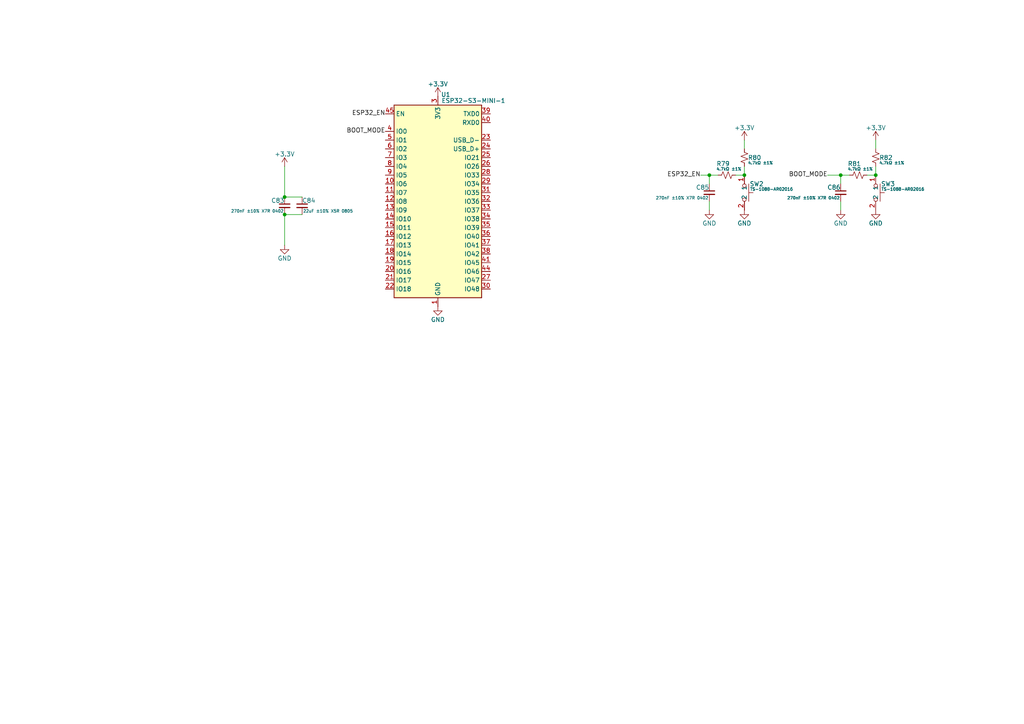
<source format=kicad_sch>
(kicad_sch (version 20250114) (generator "eeschema") (generator_version "9.0")
  (paper "A4")
  (lib_symbols
    (symbol "Device:C_Small" (pin_numbers (hide yes)) (pin_names (offset 0.254) (hide yes))
      (property "Reference" "C" (at 0.254 1.778 0))
      (property "Value" "C_Small" (at 0.254 -2.032 0))
      (symbol "C_Small_0_1"
        (polyline (pts (xy -1.524 0.508) (xy 1.524 0.508)) (stroke (width 0.3048)))
        (polyline (pts (xy -1.524 -0.508) (xy 1.524 -0.508)) (stroke (width 0.3302)))
      )
      (symbol "C_Small_1_1"
        (pin passive line (at 0 2.54 270) (length 2.032) (name "~") (number "1"))
        (pin passive line (at 0 -2.54 90) (length 2.032) (name "~") (number "2"))
      )
    )
    (symbol "Device:R_Small_US" (pin_numbers (hide yes)) (pin_names (offset 0.254) (hide yes))
      (property "Reference" "R" (at 0.762 0.508 0))
      (property "Value" "R_Small_US" (at 0.762 -1.016 0))
      (symbol "R_Small_US_1_1"
        (polyline (pts (xy 0 1.524) (xy 1.016 1.143) (xy 0 0.762) (xy -1.016 0.381) (xy 0 0)))
        (polyline (pts (xy 0 0) (xy 1.016 -0.381) (xy 0 -0.762) (xy -1.016 -1.143) (xy 0 -1.524)))
        (pin passive line (at 0 2.54 270) (length 1.016) (name "~") (number "1"))
        (pin passive line (at 0 -2.54 90) (length 1.016) (name "~") (number "2"))
      )
    )
    (symbol "RF_Module:ESP32-S3-MINI-1"
      (property "Reference" "U" (at -11.43 29.21 0))
      (property "Value" "ESP32-S3-MINI-1" (at 12.7 29.21 0))
      (symbol "ESP32-S3-MINI-1_0_1"
        (rectangle (start -12.7 27.94) (end 12.7 -27.94) (stroke (width 0.254)) (fill (type background)))
      )
      (symbol "ESP32-S3-MINI-1_1_1"
        (pin input line (at -15.24 25.4 0) (length 2.54) (name "EN") (number "45"))
        (pin bidirectional line (at -15.24 20.32 0) (length 2.54) (name "IO0") (number "4"))
        (pin bidirectional line (at -15.24 17.78 0) (length 2.54) (name "IO1") (number "5"))
        (pin bidirectional line (at -15.24 15.24 0) (length 2.54) (name "IO2") (number "6"))
        (pin bidirectional line (at -15.24 12.7 0) (length 2.54) (name "IO3") (number "7"))
        (pin bidirectional line (at -15.24 10.16 0) (length 2.54) (name "IO4") (number "8"))
        (pin bidirectional line (at -15.24 7.62 0) (length 2.54) (name "IO5") (number "9"))
        (pin bidirectional line (at -15.24 5.08 0) (length 2.54) (name "IO6") (number "10"))
        (pin bidirectional line (at -15.24 2.54 0) (length 2.54) (name "IO7") (number "11"))
        (pin bidirectional line (at -15.24 0 0) (length 2.54) (name "IO8") (number "12"))
        (pin bidirectional line (at -15.24 -2.54 0) (length 2.54) (name "IO9") (number "13"))
        (pin bidirectional line (at -15.24 -5.08 0) (length 2.54) (name "IO10") (number "14"))
        (pin bidirectional line (at -15.24 -7.62 0) (length 2.54) (name "IO11") (number "15"))
        (pin bidirectional line (at -15.24 -10.16 0) (length 2.54) (name "IO12") (number "16"))
        (pin bidirectional line (at -15.24 -12.7 0) (length 2.54) (name "IO13") (number "17"))
        (pin bidirectional line (at -15.24 -15.24 0) (length 2.54) (name "IO14") (number "18"))
        (pin bidirectional line (at -15.24 -17.78 0) (length 2.54) (name "IO15") (number "19"))
        (pin bidirectional line (at -15.24 -20.32 0) (length 2.54) (name "IO16") (number "20"))
        (pin bidirectional line (at -15.24 -22.86 0) (length 2.54) (name "IO17") (number "21"))
        (pin bidirectional line (at -15.24 -25.4 0) (length 2.54) (name "IO18") (number "22"))
        (pin power_in line (at 0 30.48 270) (length 2.54) (name "3V3") (number "3"))
        (pin power_in line (at 0 -30.48 90) (length 2.54) (name "GND") (number "1"))
        (pin passive line (at 0 -30.48 90) (length 2.54) (hide yes) (name "GND") (number "2"))
        (pin passive line (at 0 -30.48 90) (length 2.54) (hide yes) (name "GND") (number "42"))
        (pin passive line (at 0 -30.48 90) (length 2.54) (hide yes) (name "GND") (number "43"))
        (pin passive line (at 0 -30.48 90) (length 2.54) (hide yes) (name "GND") (number "46"))
        (pin passive line (at 0 -30.48 90) (length 2.54) (hide yes) (name "GND") (number "47"))
        (pin passive line (at 0 -30.48 90) (length 2.54) (hide yes) (name "GND") (number "48"))
        (pin passive line (at 0 -30.48 90) (length 2.54) (hide yes) (name "GND") (number "49"))
        (pin passive line (at 0 -30.48 90) (length 2.54) (hide yes) (name "GND") (number "50"))
        (pin passive line (at 0 -30.48 90) (length 2.54) (hide yes) (name "GND") (number "51"))
        (pin passive line (at 0 -30.48 90) (length 2.54) (hide yes) (name "GND") (number "52"))
        (pin passive line (at 0 -30.48 90) (length 2.54) (hide yes) (name "GND") (number "53"))
        (pin passive line (at 0 -30.48 90) (length 2.54) (hide yes) (name "GND") (number "54"))
        (pin passive line (at 0 -30.48 90) (length 2.54) (hide yes) (name "GND") (number "55"))
        (pin passive line (at 0 -30.48 90) (length 2.54) (hide yes) (name "GND") (number "56"))
        (pin passive line (at 0 -30.48 90) (length 2.54) (hide yes) (name "GND") (number "57"))
        (pin passive line (at 0 -30.48 90) (length 2.54) (hide yes) (name "GND") (number "58"))
        (pin passive line (at 0 -30.48 90) (length 2.54) (hide yes) (name "GND") (number "59"))
        (pin passive line (at 0 -30.48 90) (length 2.54) (hide yes) (name "GND") (number "60"))
        (pin passive line (at 0 -30.48 90) (length 2.54) (hide yes) (name "GND") (number "61"))
        (pin passive line (at 0 -30.48 90) (length 2.54) (hide yes) (name "GND") (number "62"))
        (pin passive line (at 0 -30.48 90) (length 2.54) (hide yes) (name "GND") (number "63"))
        (pin passive line (at 0 -30.48 90) (length 2.54) (hide yes) (name "GND") (number "64"))
        (pin passive line (at 0 -30.48 90) (length 2.54) (hide yes) (name "GND") (number "65"))
        (pin bidirectional line (at 15.24 25.4 180) (length 2.54) (name "TXD0") (number "39"))
        (pin bidirectional line (at 15.24 22.86 180) (length 2.54) (name "RXD0") (number "40"))
        (pin bidirectional line (at 15.24 17.78 180) (length 2.54) (name "USB_D-") (number "23"))
        (pin bidirectional line (at 15.24 15.24 180) (length 2.54) (name "USB_D+") (number "24"))
        (pin bidirectional line (at 15.24 12.7 180) (length 2.54) (name "IO21") (number "25"))
        (pin bidirectional line (at 15.24 10.16 180) (length 2.54) (name "IO26") (number "26"))
        (pin bidirectional line (at 15.24 7.62 180) (length 2.54) (name "IO33") (number "28"))
        (pin bidirectional line (at 15.24 5.08 180) (length 2.54) (name "IO34") (number "29"))
        (pin bidirectional line (at 15.24 2.54 180) (length 2.54) (name "IO35") (number "31"))
        (pin bidirectional line (at 15.24 0 180) (length 2.54) (name "IO36") (number "32"))
        (pin bidirectional line (at 15.24 -2.54 180) (length 2.54) (name "IO37") (number "33"))
        (pin bidirectional line (at 15.24 -5.08 180) (length 2.54) (name "IO38") (number "34"))
        (pin bidirectional line (at 15.24 -7.62 180) (length 2.54) (name "IO39") (number "35"))
        (pin bidirectional line (at 15.24 -10.16 180) (length 2.54) (name "IO40") (number "36"))
        (pin bidirectional line (at 15.24 -12.7 180) (length 2.54) (name "IO41") (number "37"))
        (pin bidirectional line (at 15.24 -15.24 180) (length 2.54) (name "IO42") (number "38"))
        (pin bidirectional line (at 15.24 -17.78 180) (length 2.54) (name "IO45") (number "41"))
        (pin bidirectional line (at 15.24 -20.32 180) (length 2.54) (name "IO46") (number "44"))
        (pin bidirectional line (at 15.24 -22.86 180) (length 2.54) (name "IO47") (number "27"))
        (pin bidirectional line (at 15.24 -25.4 180) (length 2.54) (name "IO48") (number "30"))
      )
    )
    (symbol "TS-1088-AR02016:TS-1088-AR02016"
      (property "Reference" "SW" (at 0 3.556 0))
      (property "Value" "TS-1088-AR02016" (at 0 -5.08 0))
      (symbol "TS-1088-AR02016_0_1"
        (polyline (pts (xy -5.08 0) (xy -2.54 0)))
        (polyline (pts (xy -2.54 1.27) (xy 2.54 1.27)))
        (circle (center -2.03 0) (radius 0.51))
        (polyline (pts (xy 0 2.54) (xy 0 1.27)))
        (circle (center 2.03 0) (radius 0.51))
        (polyline (pts (xy 5.08 0) (xy 2.54 0)))
        (pin passive line (at -5.08 0 0) (length 2.54) (name "1") (number "1"))
        (pin passive line (at 5.08 0 180) (length 2.54) (name "2") (number "2"))
      )
    )
    (symbol "power:+3.3V" (power) (pin_numbers (hide yes)) (pin_names (offset 0) (hide yes))
      (property "Value" "+3.3V" (at 0 3.556 0))
      (symbol "+3.3V_0_1"
        (polyline (pts (xy -0.762 1.27) (xy 0 2.54)))
        (polyline (pts (xy 0 2.54) (xy 0.762 1.27)))
        (polyline (pts (xy 0 0) (xy 0 2.54)))
      )
      (symbol "+3.3V_1_1"
        (pin power_in line (at 0 0 90) (length 0) (name "~") (number "1"))
      )
    )
    (symbol "power:GND" (power) (pin_numbers (hide yes)) (pin_names (offset 0) (hide yes))
      (property "Value" "GND" (at 0 -3.81 0))
      (symbol "GND_0_1"
        (polyline (pts (xy 0 0) (xy 0 -1.27) (xy 1.27 -1.27) (xy 0 -2.54) (xy -1.27 -1.27) (xy 0 -1.27)))
      )
      (symbol "GND_1_1"
        (pin power_in line (at 0 0 270) (length 0) (name "~") (number "1"))
      )
    )
  )
  (junction (at 243.84 50.8))
  (junction (at 82.55 57.15))
  (junction (at 82.55 62.23))
  (junction (at 254 50.8))
  (junction (at 205.74 50.8))
  (junction (at 215.9 50.8))
  (wire (pts (xy 251.46 50.8) (xy 254 50.8)))
  (wire (pts (xy 82.55 71.12) (xy 82.55 62.23)))
  (wire (pts (xy 205.74 50.8) (xy 205.74 53.34)))
  (wire (pts (xy 205.74 60.96) (xy 205.74 58.42)))
  (wire (pts (xy 213.36 50.8) (xy 215.9 50.8)))
  (wire (pts (xy 215.9 50.8) (xy 215.9 48.26)))
  (wire (pts (xy 215.9 43.18) (xy 215.9 40.64)))
  (wire (pts (xy 82.55 62.23) (xy 87.63 62.23)))
  (wire (pts (xy 254 43.18) (xy 254 40.64)))
  (wire (pts (xy 243.84 60.96) (xy 243.84 58.42)))
  (wire (pts (xy 243.84 50.8) (xy 243.84 53.34)))
  (wire (pts (xy 82.55 57.15) (xy 87.63 57.15)))
  (wire (pts (xy 82.55 48.26) (xy 82.55 57.15)))
  (wire (pts (xy 203.2 50.8) (xy 205.74 50.8)))
  (wire (pts (xy 240.03 50.8) (xy 243.84 50.8)))
  (wire (pts (xy 243.84 50.8) (xy 246.38 50.8)))
  (wire (pts (xy 254 50.8) (xy 254 48.26)))
  (wire (pts (xy 205.74 50.8) (xy 208.28 50.8)))
  (label "ESP32_EN" (at 203.2 50.8 180))
  (label "BOOT_MODE" (at 111.76 38.1 180))
  (label "BOOT_MODE" (at 240.03 50.8 180))
  (label "ESP32_EN" (at 111.76 33.02 180))
  (symbol (lib_id "power:+3.3V") (at 127 27.94 0) (unit 1)
    (property "Reference" "#PWR0197" (effects (hide yes)))
    (property "Value" "+3.3V" (at 127 24.384 0))
    (property "Description" "Power symbol creates a global label with name \"+3.3V\"" (effects (hide yes)))
  )
  (symbol (lib_id "power:GND") (at 243.84 60.96 0) (unit 1)
    (property "Reference" "#PWR0189" (effects (hide yes)))
    (property "Value" "GND" (at 243.84 64.77 0))
    (property "Description" "Power symbol creates a global label with name \"GND\" , ground" (effects (hide yes)))
  )
  (symbol (lib_id "power:+3.3V") (at 254 40.64 0) (unit 1)
    (property "Reference" "#PWR0191" (effects (hide yes)))
    (property "Value" "+3.3V" (at 254 37.084 0))
    (property "Description" "Power symbol creates a global label with name \"+3.3V\"" (effects (hide yes)))
  )
  (symbol (lib_id "TS-1088-AR02016:TS-1088-AR02016") (at 254 55.88 270) (unit 1)
    (property "Reference" "SW3" (at 257.556 53.34 90))
    (property "Value" "TS-1088-AR02016" (at 261.874 54.864 90) (effects (font (size 0.8467 0.8467))))
    (property "Footprint" "TS-1088-AR02016:SW-SMD_L3.9-W3.0-P4.45" (effects (hide yes)))
    (property "Datasheet" "https://lcsc.com/product-detail/Tactile-Switches_XUNPU-TS-1088-AR02016_C720477.html" (effects (hide yes)))
    (property "Description" "Without 50mA 4mm 100MΩ 100000 Times 12V 160gf 3mm 2mm Round Button Standing paste SPST SMD Tactile Switches ROHS" (effects (hide yes)))
    (property "LCSC" "C720477" (effects (hide yes)))
  )
  (symbol (lib_id "Device:C_Small") (at 87.63 59.69 0) (mirror y) (unit 1)
    (property "Reference" "C84" (at 87.63 58.166 0) (effects (justify right)))
    (property "Value" "22uF ±10% X5R 0805" (at 87.884 61.214 0) (effects (font (size 0.8467 0.8467)) (justify right)))
    (property "Footprint" "Capacitor_SMD:C_0805_2012Metric" (effects (hide yes)))
    (property "Datasheet" "https://www.lcsc.com/datasheet/lcsc_datasheet_2006102223_Samsung-Electro-Mechanics-CL21A226MAYNNNE_C602037.pdf" (effects (hide yes)))
    (property "Description" "25V 22uF X5R ±20% 0805 Multilayer Ceramic Capacitors MLCC - SMD/SMT" (effects (hide yes)))
    (property "LCSC" "C602037" (effects (hide yes)))
  )
  (symbol (lib_id "power:+3.3V") (at 82.55 48.26 0) (unit 1)
    (property "Reference" "#PWR0195" (effects (hide yes)))
    (property "Value" "+3.3V" (at 82.55 44.704 0))
    (property "Description" "Power symbol creates a global label with name \"+3.3V\"" (effects (hide yes)))
  )
  (symbol (lib_id "TS-1088-AR02016:TS-1088-AR02016") (at 215.9 55.88 270) (unit 1)
    (property "Reference" "SW2" (at 219.456 53.34 90))
    (property "Value" "TS-1088-AR02016" (at 223.774 54.864 90) (effects (font (size 0.8467 0.8467))))
    (property "Footprint" "TS-1088-AR02016:SW-SMD_L3.9-W3.0-P4.45" (effects (hide yes)))
    (property "Datasheet" "https://lcsc.com/product-detail/Tactile-Switches_XUNPU-TS-1088-AR02016_C720477.html" (effects (hide yes)))
    (property "Description" "Without 50mA 4mm 100MΩ 100000 Times 12V 160gf 3mm 2mm Round Button Standing paste SPST SMD Tactile Switches ROHS" (effects (hide yes)))
    (property "LCSC" "C720477" (effects (hide yes)))
  )
  (symbol (lib_id "power:GND") (at 82.55 71.12 0) (unit 1)
    (property "Reference" "#PWR0196" (effects (hide yes)))
    (property "Value" "GND" (at 82.55 74.93 0))
    (property "Description" "Power symbol creates a global label with name \"GND\" , ground" (effects (hide yes)))
  )
  (symbol (lib_id "power:GND") (at 215.9 60.96 0) (unit 1)
    (property "Reference" "#PWR0194" (effects (hide yes)))
    (property "Value" "GND" (at 215.9 64.77 0))
    (property "Description" "Power symbol creates a global label with name \"GND\" , ground" (effects (hide yes)))
  )
  (symbol (lib_id "Device:R_Small_US") (at 210.82 50.8 90) (unit 1)
    (property "Reference" "R79" (at 207.772 47.498 90) (effects (justify right)))
    (property "Value" "4.7kΩ ±1%" (at 207.772 49.022 90) (effects (font (size 0.8467 0.8467)) (justify right)))
    (property "Footprint" "Resistor_SMD:R_0402_1005Metric" (effects (hide yes)))
    (property "Datasheet" "https://www.lcsc.com/datasheet/lcsc_datasheet_2206010045_UNI-ROYAL-Uniroyal-Elec-0402WGF4701TCE_C25900.pdf" (effects (hide yes)))
    (property "Description" "62.5mW Thick Film Resistors 50V ±100ppm/℃ ±1% 4.7kΩ 0402 Chip Resistor - Surface Mount ROHS" (effects (hide yes)))
    (property "LCSC" "C25900" (effects (hide yes)))
  )
  (symbol (lib_id "Device:C_Small") (at 243.84 55.88 0) (mirror y) (unit 1)
    (property "Reference" "C86" (at 243.84 54.356 0) (effects (justify left)))
    (property "Value" "270nF ±10% X7R 0402" (at 243.586 57.404 0) (effects (font (size 0.8467 0.8467)) (justify left)))
    (property "Footprint" "Capacitor_SMD:C_0402_1005Metric" (effects (hide yes)))
    (property "Datasheet" "https://www.lcsc.com/datasheet/lcsc_datasheet_2410121534_CCTC-TCC0402X7R274K500AT_C7393869.pdf" (effects (hide yes)))
    (property "Description" "50V 270nF X7R ±10% 0402 Multilayer Ceramic Capacitors MLCC - SMD/SMT ROHS" (effects (hide yes)))
    (property "LCSC" "C7393869" (effects (hide yes)))
  )
  (symbol (lib_id "RF_Module:ESP32-S3-MINI-1") (at 127 58.42 0) (unit 1)
    (property "Reference" "U1" (at 127.9047 27.432 0) (effects (justify left)))
    (property "Value" "ESP32-S3-MINI-1" (at 128.016 29.21 0) (effects (justify left)))
    (property "Footprint" "RF_Module:ESP32-S2-MINI-1" (effects (hide yes)))
    (property "Datasheet" "https://www.espressif.com/sites/default/files/documentation/esp32-s3-mini-1_mini-1u_datasheet_en.pdf" (effects (hide yes)))
    (property "Description" "RF Module, ESP32-S3 SoC, Wi-Fi 802.11b/g/n, Bluetooth, BLE, 32-bit, 3.3V, SMD, onboard antenna" (effects (hide yes)))
  )
  (symbol (lib_id "Device:R_Small_US") (at 215.9 45.72 0) (unit 1)
    (property "Reference" "R80" (at 216.916 45.72 0) (effects (justify left)))
    (property "Value" "4.7kΩ ±1%" (at 216.916 47.244 0) (effects (font (size 0.8467 0.8467)) (justify left)))
    (property "Footprint" "Resistor_SMD:R_0402_1005Metric" (effects (hide yes)))
    (property "Datasheet" "https://www.lcsc.com/datasheet/lcsc_datasheet_2206010045_UNI-ROYAL-Uniroyal-Elec-0402WGF4701TCE_C25900.pdf" (effects (hide yes)))
    (property "Description" "62.5mW Thick Film Resistors 50V ±100ppm/℃ ±1% 4.7kΩ 0402 Chip Resistor - Surface Mount ROHS" (effects (hide yes)))
    (property "LCSC" "C25900" (effects (hide yes)))
  )
  (symbol (lib_id "power:GND") (at 254 60.96 0) (unit 1)
    (property "Reference" "#PWR0192" (effects (hide yes)))
    (property "Value" "GND" (at 254 64.77 0))
    (property "Description" "Power symbol creates a global label with name \"GND\" , ground" (effects (hide yes)))
  )
  (symbol (lib_id "power:GND") (at 205.74 60.96 0) (unit 1)
    (property "Reference" "#PWR0193" (effects (hide yes)))
    (property "Value" "GND" (at 205.74 64.77 0))
    (property "Description" "Power symbol creates a global label with name \"GND\" , ground" (effects (hide yes)))
  )
  (symbol (lib_id "Device:R_Small_US") (at 248.92 50.8 90) (unit 1)
    (property "Reference" "R81" (at 245.872 47.498 90) (effects (justify right)))
    (property "Value" "4.7kΩ ±1%" (at 245.872 49.022 90) (effects (font (size 0.8467 0.8467)) (justify right)))
    (property "Footprint" "Resistor_SMD:R_0402_1005Metric" (effects (hide yes)))
    (property "Datasheet" "https://www.lcsc.com/datasheet/lcsc_datasheet_2206010045_UNI-ROYAL-Uniroyal-Elec-0402WGF4701TCE_C25900.pdf" (effects (hide yes)))
    (property "Description" "62.5mW Thick Film Resistors 50V ±100ppm/℃ ±1% 4.7kΩ 0402 Chip Resistor - Surface Mount ROHS" (effects (hide yes)))
    (property "LCSC" "C25900" (effects (hide yes)))
  )
  (symbol (lib_id "Device:C_Small") (at 82.55 59.69 0) (mirror y) (unit 1)
    (property "Reference" "C83" (at 82.55 58.166 0) (effects (justify left)))
    (property "Value" "270nF ±10% X7R 0402" (at 82.296 61.214 0) (effects (font (size 0.8467 0.8467)) (justify left)))
    (property "Footprint" "Capacitor_SMD:C_0402_1005Metric" (effects (hide yes)))
    (property "Datasheet" "https://www.lcsc.com/datasheet/lcsc_datasheet_2410121534_CCTC-TCC0402X7R274K500AT_C7393869.pdf" (effects (hide yes)))
    (property "Description" "50V 270nF X7R ±10% 0402 Multilayer Ceramic Capacitors MLCC - SMD/SMT ROHS" (effects (hide yes)))
    (property "LCSC" "C7393869" (effects (hide yes)))
  )
  (symbol (lib_id "power:GND") (at 127 88.9 0) (unit 1)
    (property "Reference" "#PWR0198" (effects (hide yes)))
    (property "Value" "GND" (at 127 92.71 0))
    (property "Description" "Power symbol creates a global label with name \"GND\" , ground" (effects (hide yes)))
  )
  (symbol (lib_id "Device:R_Small_US") (at 254 45.72 0) (unit 1)
    (property "Reference" "R82" (at 255.016 45.72 0) (effects (justify left)))
    (property "Value" "4.7kΩ ±1%" (at 255.016 47.244 0) (effects (font (size 0.8467 0.8467)) (justify left)))
    (property "Footprint" "Resistor_SMD:R_0402_1005Metric" (effects (hide yes)))
    (property "Datasheet" "https://www.lcsc.com/datasheet/lcsc_datasheet_2206010045_UNI-ROYAL-Uniroyal-Elec-0402WGF4701TCE_C25900.pdf" (effects (hide yes)))
    (property "Description" "62.5mW Thick Film Resistors 50V ±100ppm/℃ ±1% 4.7kΩ 0402 Chip Resistor - Surface Mount ROHS" (effects (hide yes)))
    (property "LCSC" "C25900" (effects (hide yes)))
  )
  (symbol (lib_id "power:+3.3V") (at 215.9 40.64 0) (unit 1)
    (property "Reference" "#PWR0190" (effects (hide yes)))
    (property "Value" "+3.3V" (at 215.9 37.084 0))
    (property "Description" "Power symbol creates a global label with name \"+3.3V\"" (effects (hide yes)))
  )
  (symbol (lib_id "Device:C_Small") (at 205.74 55.88 0) (mirror y) (unit 1)
    (property "Reference" "C85" (at 205.74 54.356 0) (effects (justify left)))
    (property "Value" "270nF ±10% X7R 0402" (at 205.486 57.404 0) (effects (font (size 0.8467 0.8467)) (justify left)))
    (property "Footprint" "Capacitor_SMD:C_0402_1005Metric" (effects (hide yes)))
    (property "Datasheet" "https://www.lcsc.com/datasheet/lcsc_datasheet_2410121534_CCTC-TCC0402X7R274K500AT_C7393869.pdf" (effects (hide yes)))
    (property "Description" "50V 270nF X7R ±10% 0402 Multilayer Ceramic Capacitors MLCC - SMD/SMT ROHS" (effects (hide yes)))
    (property "LCSC" "C7393869" (effects (hide yes)))
  )
)
</source>
